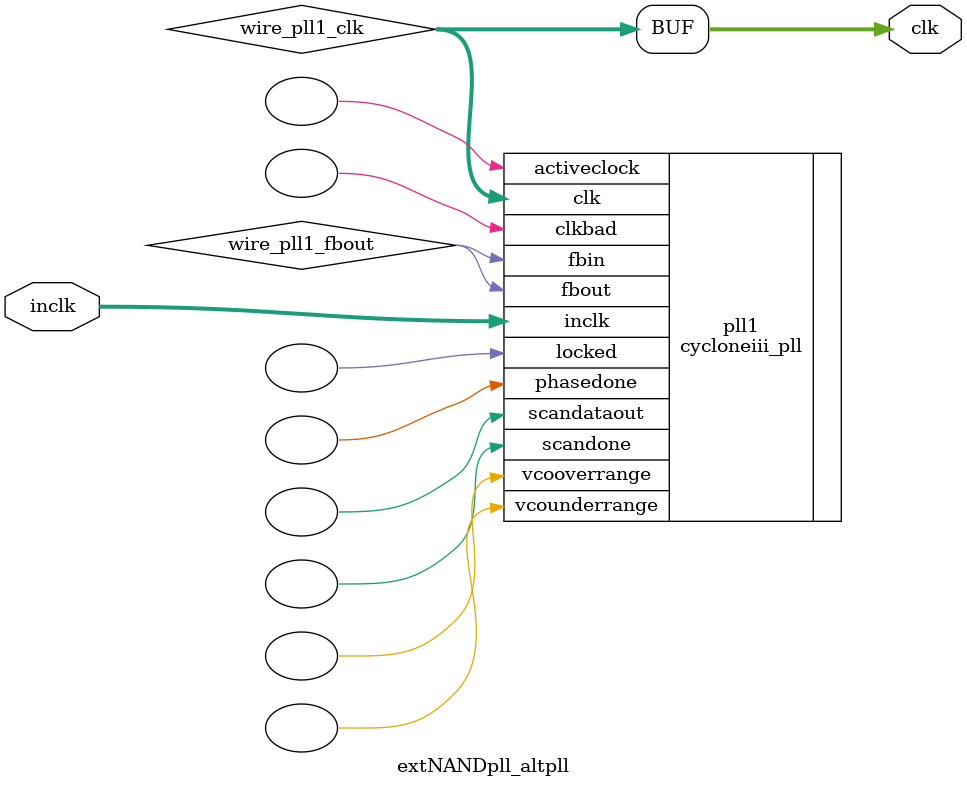
<source format=v>






//synthesis_resources = cycloneiii_pll 1 
//synopsys translate_off
`timescale 1 ps / 1 ps
//synopsys translate_on
module  extNANDpll_altpll
	( 
	clk,
	inclk) /* synthesis synthesis_clearbox=1 */;
	output   [4:0]  clk;
	input   [1:0]  inclk;
`ifndef ALTERA_RESERVED_QIS
// synopsys translate_off
`endif
	tri0   [1:0]  inclk;
`ifndef ALTERA_RESERVED_QIS
// synopsys translate_on
`endif

	wire  [4:0]   wire_pll1_clk;
	wire  wire_pll1_fbout;

	cycloneiii_pll   pll1
	( 
	.activeclock(),
	.clk(wire_pll1_clk),
	.clkbad(),
	.fbin(wire_pll1_fbout),
	.fbout(wire_pll1_fbout),
	.inclk(inclk),
	.locked(),
	.phasedone(),
	.scandataout(),
	.scandone(),
	.vcooverrange(),
	.vcounderrange()
	`ifndef FORMAL_VERIFICATION
	// synopsys translate_off
	`endif
	,
	.areset(1'b0),
	.clkswitch(1'b0),
	.configupdate(1'b0),
	.pfdena(1'b1),
	.phasecounterselect({3{1'b0}}),
	.phasestep(1'b0),
	.phaseupdown(1'b0),
	.scanclk(1'b0),
	.scanclkena(1'b1),
	.scandata(1'b0)
	`ifndef FORMAL_VERIFICATION
	// synopsys translate_on
	`endif
	);
	defparam
		pll1.bandwidth_type = "auto",
		pll1.clk0_divide_by = 50000000,
		pll1.clk0_duty_cycle = 50,
		pll1.clk0_multiply_by = 1004999,
		pll1.clk0_phase_shift = "0",
		pll1.compensate_clock = "clk0",
		pll1.inclk0_input_frequency = 20000,
		pll1.operation_mode = "normal",
		pll1.pll_type = "auto",
		pll1.lpm_type = "cycloneiii_pll";
	assign
		clk = {wire_pll1_clk[4:0]};
endmodule //extNANDpll_altpll
//VALID FILE

</source>
